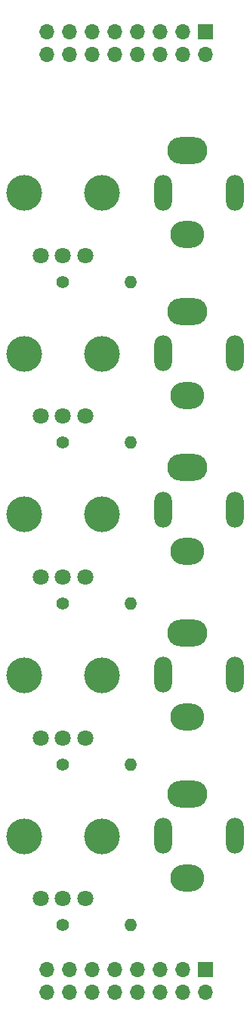
<source format=gts>
%TF.GenerationSoftware,KiCad,Pcbnew,(6.0.1)*%
%TF.CreationDate,2022-10-08T14:45:25-04:00*%
%TF.ProjectId,SYNTH-CTLS-5-01,53594e54-482d-4435-944c-532d352d3031,1*%
%TF.SameCoordinates,Original*%
%TF.FileFunction,Soldermask,Top*%
%TF.FilePolarity,Negative*%
%FSLAX46Y46*%
G04 Gerber Fmt 4.6, Leading zero omitted, Abs format (unit mm)*
G04 Created by KiCad (PCBNEW (6.0.1)) date 2022-10-08 14:45:25*
%MOMM*%
%LPD*%
G01*
G04 APERTURE LIST*
%ADD10C,4.000000*%
%ADD11C,1.800000*%
%ADD12C,1.400000*%
%ADD13O,1.400000X1.400000*%
%ADD14O,4.500000X3.000000*%
%ADD15O,3.800000X3.000000*%
%ADD16O,2.000000X4.000000*%
%ADD17R,1.700000X1.700000*%
%ADD18O,1.700000X1.700000*%
G04 APERTURE END LIST*
D10*
%TO.C,RV4*%
X109900000Y-82550000D03*
X101100000Y-82550000D03*
D11*
X108000000Y-89550000D03*
X105500000Y-89550000D03*
X103000000Y-89550000D03*
%TD*%
D12*
%TO.C,R4*%
X105500000Y-92500000D03*
D13*
X113120000Y-92500000D03*
%TD*%
D10*
%TO.C,RV2*%
X101100000Y-46550000D03*
X109900000Y-46550000D03*
D11*
X108000000Y-53550000D03*
X105500000Y-53550000D03*
X103000000Y-53550000D03*
%TD*%
D10*
%TO.C,RV5*%
X101100000Y-100550000D03*
X109900000Y-100550000D03*
D11*
X108000000Y-107550000D03*
X105500000Y-107550000D03*
X103000000Y-107550000D03*
%TD*%
D14*
%TO.C,J5*%
X119400000Y-77800000D03*
D15*
X119400000Y-87200000D03*
D16*
X124800000Y-82500000D03*
X116700000Y-82500000D03*
%TD*%
D14*
%TO.C,J6*%
X119400000Y-95800000D03*
D15*
X119400000Y-105200000D03*
D16*
X124800000Y-100500000D03*
X116700000Y-100500000D03*
%TD*%
D12*
%TO.C,R5*%
X105500000Y-110500000D03*
D13*
X113120000Y-110500000D03*
%TD*%
D14*
%TO.C,J2*%
X119400000Y-23800000D03*
D15*
X119400000Y-33200000D03*
D16*
X124800000Y-28500000D03*
X116700000Y-28500000D03*
%TD*%
D17*
%TO.C,J10*%
X121500000Y-10500000D03*
D18*
X121500000Y-13040000D03*
X118960000Y-10500000D03*
X118960000Y-13040000D03*
X116420000Y-10500000D03*
X116420000Y-13040000D03*
X113880000Y-10500000D03*
X113880000Y-13040000D03*
X111340000Y-10500000D03*
X111340000Y-13040000D03*
X108800000Y-10500000D03*
X108800000Y-13040000D03*
X106260000Y-10500000D03*
X106260000Y-13040000D03*
X103720000Y-10500000D03*
X103720000Y-13040000D03*
%TD*%
D12*
%TO.C,R3*%
X105500000Y-74500000D03*
D13*
X113120000Y-74500000D03*
%TD*%
D17*
%TO.C,J11*%
X121500000Y-115460000D03*
D18*
X121500000Y-118000000D03*
X118960000Y-115460000D03*
X118960000Y-118000000D03*
X116420000Y-115460000D03*
X116420000Y-118000000D03*
X113880000Y-115460000D03*
X113880000Y-118000000D03*
X111340000Y-115460000D03*
X111340000Y-118000000D03*
X108800000Y-115460000D03*
X108800000Y-118000000D03*
X106260000Y-115460000D03*
X106260000Y-118000000D03*
X103720000Y-115460000D03*
X103720000Y-118000000D03*
%TD*%
D14*
%TO.C,J4*%
X119400000Y-59300000D03*
D15*
X119400000Y-68700000D03*
D16*
X124800000Y-64000000D03*
X116700000Y-64000000D03*
%TD*%
D10*
%TO.C,RV1*%
X109900000Y-28550000D03*
X101100000Y-28550000D03*
D11*
X108000000Y-35550000D03*
X105500000Y-35550000D03*
X103000000Y-35550000D03*
%TD*%
D12*
%TO.C,R1*%
X105500000Y-38500000D03*
D13*
X113120000Y-38500000D03*
%TD*%
D10*
%TO.C,RV3*%
X109900000Y-64550000D03*
X101100000Y-64550000D03*
D11*
X108000000Y-71550000D03*
X105500000Y-71550000D03*
X103000000Y-71550000D03*
%TD*%
D12*
%TO.C,R2*%
X105500000Y-56500000D03*
D13*
X113120000Y-56500000D03*
%TD*%
D15*
%TO.C,J3*%
X119400000Y-51200000D03*
D14*
X119400000Y-41800000D03*
D16*
X124800000Y-46500000D03*
X116700000Y-46500000D03*
%TD*%
M02*

</source>
